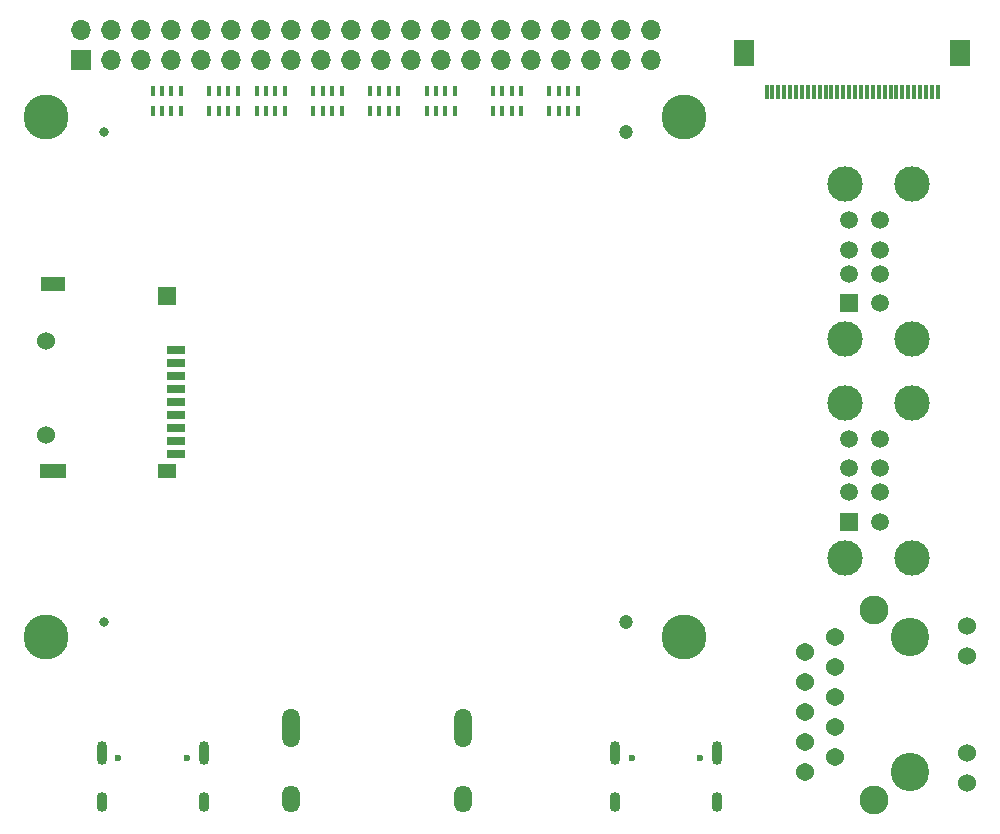
<source format=gbr>
G04 #@! TF.GenerationSoftware,KiCad,Pcbnew,7.0.6*
G04 #@! TF.CreationDate,2023-07-28T17:18:53+08:00*
G04 #@! TF.ProjectId,ZYNQ7000_MINIMB,5a594e51-3730-4303-905f-4d494e494d42,rev?*
G04 #@! TF.SameCoordinates,Original*
G04 #@! TF.FileFunction,Soldermask,Bot*
G04 #@! TF.FilePolarity,Negative*
%FSLAX46Y46*%
G04 Gerber Fmt 4.6, Leading zero omitted, Abs format (unit mm)*
G04 Created by KiCad (PCBNEW 7.0.6) date 2023-07-28 17:18:53*
%MOMM*%
%LPD*%
G01*
G04 APERTURE LIST*
%ADD10R,0.300000X1.300000*%
%ADD11R,1.800000X2.200000*%
%ADD12C,3.800000*%
%ADD13C,0.600000*%
%ADD14O,0.900000X2.000000*%
%ADD15O,0.900000X1.700000*%
%ADD16R,1.700000X1.700000*%
%ADD17O,1.700000X1.700000*%
%ADD18C,1.200000*%
%ADD19C,0.800000*%
%ADD20C,3.250000*%
%ADD21C,1.540000*%
%ADD22C,1.530000*%
%ADD23C,2.445000*%
%ADD24O,1.500000X3.300000*%
%ADD25O,1.500000X2.300000*%
%ADD26R,1.500000X1.500000*%
%ADD27C,1.500000*%
%ADD28C,3.000000*%
%ADD29C,1.524000*%
%ADD30R,1.600000X0.700000*%
%ADD31R,2.200000X1.200000*%
%ADD32R,1.500000X1.200000*%
%ADD33R,1.500000X1.600000*%
%ADD34R,2.000000X1.200000*%
%ADD35R,0.400000X0.900000*%
G04 APERTURE END LIST*
D10*
G04 #@! TO.C,J12*
X134980000Y-58110000D03*
X135480000Y-58110000D03*
X135980000Y-58110000D03*
X136480000Y-58110000D03*
X136980000Y-58110000D03*
X137480000Y-58110000D03*
X137980000Y-58110000D03*
X138480000Y-58110000D03*
X138980000Y-58110000D03*
X139480000Y-58110000D03*
X139980000Y-58110000D03*
X140480000Y-58110000D03*
X140980000Y-58110000D03*
X141480000Y-58110000D03*
X141980000Y-58110000D03*
X142480000Y-58110000D03*
X142980000Y-58110000D03*
X143480000Y-58110000D03*
X143980000Y-58110000D03*
X144480000Y-58110000D03*
X144980000Y-58110000D03*
X145480000Y-58110000D03*
X145980000Y-58110000D03*
X146480000Y-58110000D03*
X146980000Y-58110000D03*
X147480000Y-58110000D03*
X147980000Y-58110000D03*
X148480000Y-58110000D03*
X148980000Y-58110000D03*
X149480000Y-58110000D03*
D11*
X133080000Y-54860000D03*
X151380000Y-54860000D03*
G04 #@! TD*
D12*
G04 #@! TO.C,H3*
X128000000Y-104250000D03*
G04 #@! TD*
D13*
G04 #@! TO.C,J5*
X123610000Y-114550000D03*
X129390000Y-114550000D03*
D14*
X122180000Y-114070000D03*
D15*
X122180000Y-118240000D03*
D14*
X130820000Y-114070000D03*
D15*
X130820000Y-118240000D03*
G04 #@! TD*
D16*
G04 #@! TO.C,J10*
X76900000Y-55400000D03*
D17*
X76900000Y-52860000D03*
X79440000Y-55400000D03*
X79440000Y-52860000D03*
X81980000Y-55400000D03*
X81980000Y-52860000D03*
X84520000Y-55400000D03*
X84520000Y-52860000D03*
X87060000Y-55400000D03*
X87060000Y-52860000D03*
X89600000Y-55400000D03*
X89600000Y-52860000D03*
X92140000Y-55400000D03*
X92140000Y-52860000D03*
X94680000Y-55400000D03*
X94680000Y-52860000D03*
X97220000Y-55400000D03*
X97220000Y-52860000D03*
X99760000Y-55400000D03*
X99760000Y-52860000D03*
X102300000Y-55400000D03*
X102300000Y-52860000D03*
X104840000Y-55400000D03*
X104840000Y-52860000D03*
X107380000Y-55400000D03*
X107380000Y-52860000D03*
X109920000Y-55400000D03*
X109920000Y-52860000D03*
X112460000Y-55400000D03*
X112460000Y-52860000D03*
X115000000Y-55400000D03*
X115000000Y-52860000D03*
X117540000Y-55400000D03*
X117540000Y-52860000D03*
X120080000Y-55400000D03*
X120080000Y-52860000D03*
X122620000Y-55400000D03*
X122620000Y-52860000D03*
X125160000Y-55400000D03*
X125160000Y-52860000D03*
G04 #@! TD*
D12*
G04 #@! TO.C,H2*
X74000000Y-60250000D03*
G04 #@! TD*
G04 #@! TO.C,H4*
X74000000Y-104250000D03*
G04 #@! TD*
D18*
G04 #@! TO.C,J2*
X123100000Y-61500000D03*
D19*
X78900000Y-61500000D03*
G04 #@! TD*
D18*
G04 #@! TO.C,J1*
X123100000Y-103000000D03*
D19*
X78900000Y-103000000D03*
G04 #@! TD*
D20*
G04 #@! TO.C,U1*
X147096000Y-104285000D03*
X147096000Y-115715000D03*
D21*
X138206000Y-115715000D03*
X140746000Y-114445000D03*
X138206000Y-113175000D03*
X140746000Y-111905000D03*
X138206000Y-110635000D03*
X140746000Y-109365000D03*
X138206000Y-108095000D03*
X140746000Y-106825000D03*
X138206000Y-105555000D03*
X140746000Y-104285000D03*
D22*
X151996000Y-103375000D03*
X151996000Y-105915000D03*
X151996000Y-114085000D03*
X151996000Y-116625000D03*
D23*
X144046000Y-101950000D03*
X144046000Y-118050000D03*
G04 #@! TD*
D24*
G04 #@! TO.C,J6*
X94750000Y-112000000D03*
D25*
X94750000Y-117960000D03*
D24*
X109250000Y-112000000D03*
D25*
X109250000Y-117960000D03*
G04 #@! TD*
D26*
G04 #@! TO.C,J8*
X142000000Y-94500000D03*
D27*
X142000000Y-92000000D03*
X142000000Y-90000000D03*
X142000000Y-87500000D03*
X144620000Y-94500000D03*
X144620000Y-92000000D03*
X144620000Y-90000000D03*
X144620000Y-87500000D03*
D28*
X141650000Y-97570000D03*
X147330000Y-97570000D03*
X141650000Y-84430000D03*
X147330000Y-84430000D03*
G04 #@! TD*
D13*
G04 #@! TO.C,J9*
X80110000Y-114550000D03*
X85890000Y-114550000D03*
D14*
X78680000Y-114070000D03*
D15*
X78680000Y-118240000D03*
D14*
X87320000Y-114070000D03*
D15*
X87320000Y-118240000D03*
G04 #@! TD*
D26*
G04 #@! TO.C,J11*
X142000000Y-76000000D03*
D27*
X142000000Y-73500000D03*
X142000000Y-71500000D03*
X142000000Y-69000000D03*
X144620000Y-76000000D03*
X144620000Y-73500000D03*
X144620000Y-71500000D03*
X144620000Y-69000000D03*
D28*
X141650000Y-79070000D03*
X147330000Y-79070000D03*
X141650000Y-65930000D03*
X147330000Y-65930000D03*
G04 #@! TD*
D12*
G04 #@! TO.C,H1*
X128000000Y-60250000D03*
G04 #@! TD*
D29*
G04 #@! TO.C,U5*
X74010000Y-87200000D03*
X74010000Y-79200000D03*
D30*
X85010000Y-80000000D03*
X85010000Y-81100000D03*
X85010000Y-82200000D03*
X85010000Y-83300000D03*
X85010000Y-84400000D03*
X85010000Y-85500000D03*
X85010000Y-86600000D03*
X85010000Y-87700000D03*
X85010000Y-88800000D03*
D31*
X74610000Y-90200000D03*
D32*
X84210000Y-90200000D03*
D33*
X84210000Y-75400000D03*
D34*
X74610000Y-74400000D03*
G04 #@! TD*
D35*
G04 #@! TO.C,RN6*
X91800000Y-58050000D03*
X92600000Y-58050000D03*
X93400000Y-58050000D03*
X94200000Y-58050000D03*
X94200000Y-59750000D03*
X93400000Y-59750000D03*
X92600000Y-59750000D03*
X91800000Y-59750000D03*
G04 #@! TD*
G04 #@! TO.C,RN8*
X87800000Y-58050000D03*
X88600000Y-58050000D03*
X89400000Y-58050000D03*
X90200000Y-58050000D03*
X90200000Y-59750000D03*
X89400000Y-59750000D03*
X88600000Y-59750000D03*
X87800000Y-59750000D03*
G04 #@! TD*
G04 #@! TO.C,RN7*
X83000000Y-58050000D03*
X83800000Y-58050000D03*
X84600000Y-58050000D03*
X85400000Y-58050000D03*
X85400000Y-59750000D03*
X84600000Y-59750000D03*
X83800000Y-59750000D03*
X83000000Y-59750000D03*
G04 #@! TD*
G04 #@! TO.C,RN1*
X116600000Y-58050000D03*
X117400000Y-58050000D03*
X118200000Y-58050000D03*
X119000000Y-58050000D03*
X119000000Y-59750000D03*
X118200000Y-59750000D03*
X117400000Y-59750000D03*
X116600000Y-59750000D03*
G04 #@! TD*
G04 #@! TO.C,RN2*
X111800000Y-58050000D03*
X112600000Y-58050000D03*
X113400000Y-58050000D03*
X114200000Y-58050000D03*
X114200000Y-59750000D03*
X113400000Y-59750000D03*
X112600000Y-59750000D03*
X111800000Y-59750000D03*
G04 #@! TD*
G04 #@! TO.C,RN5*
X96600000Y-58050000D03*
X97400000Y-58050000D03*
X98200000Y-58050000D03*
X99000000Y-58050000D03*
X99000000Y-59750000D03*
X98200000Y-59750000D03*
X97400000Y-59750000D03*
X96600000Y-59750000D03*
G04 #@! TD*
G04 #@! TO.C,RN4*
X106200000Y-58050000D03*
X107000000Y-58050000D03*
X107800000Y-58050000D03*
X108600000Y-58050000D03*
X108600000Y-59750000D03*
X107800000Y-59750000D03*
X107000000Y-59750000D03*
X106200000Y-59750000D03*
G04 #@! TD*
G04 #@! TO.C,RN3*
X101400000Y-58050000D03*
X102200000Y-58050000D03*
X103000000Y-58050000D03*
X103800000Y-58050000D03*
X103800000Y-59750000D03*
X103000000Y-59750000D03*
X102200000Y-59750000D03*
X101400000Y-59750000D03*
G04 #@! TD*
M02*

</source>
